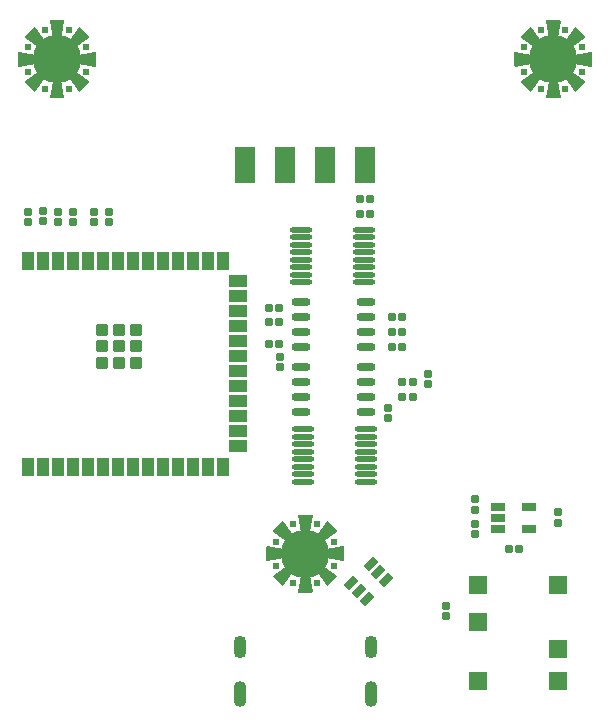
<source format=gbs>
G04 Layer: BottomSolderMaskLayer*
G04 EasyEDA Pro v3.2.58, 2026-01-05 14:09:15*
G04 Gerber Generator version 0.3*
G04 Scale: 100 percent, Rotated: No, Reflected: No*
G04 Dimensions in millimeters*
G04 Leading zeros omitted, absolute positions, 4 integers and 5 decimals*
G04 Generated by one-click*
%FSLAX45Y45*%
%MOMM*%
%AMRoundRect*1,1,$1,$2,$3*1,1,$1,$4,$5*1,1,$1,0-$2,0-$3*1,1,$1,0-$4,0-$5*20,1,$1,$2,$3,$4,$5,0*20,1,$1,$4,$5,0-$2,0-$3,0*20,1,$1,0-$2,0-$3,0-$4,0-$5,0*20,1,$1,0-$4,0-$5,$2,$3,0*4,1,4,$2,$3,$4,$5,0-$2,0-$3,0-$4,0-$5,$2,$3,0*%
%ADD10RoundRect,0.1016X-0.25X0.27X0.25X0.27*%
%ADD11RoundRect,0.1016X-0.27X-0.25X-0.27X0.25*%
%ADD12RoundRect,0.1016X-0.28283X0.27X0.28283X0.27*%
%ADD13RoundRect,0.1016X-0.27X-0.28283X-0.27X0.28283*%
%ADD14RoundRect,0.10003X-0.45X-0.75X-0.45X0.75*%
%ADD15RoundRect,0.10003X-0.75X0.45X0.75X0.45*%
%ADD16RoundRect,0.1016X-0.45X0.45X0.45X0.45*%
%ADD17O,1.9164X0.4572*%
%ADD18O,1.62161X0.7016*%
%ADD19RoundRect,0.1046X-0.19092X-0.5671X-0.5671X-0.19092*%
%ADD20RoundRect,0.1016X-0.19092X-0.5671X-0.5671X-0.19092*%
%ADD21O,1.1X1.9*%
%ADD22O,1.1X2.2*%
%ADD23RoundRect,0.1016X-0.762X1.5X0.762X1.5*%
%ADD24RoundRect,0.1016X-0.55X0.3X0.55X0.3*%
%ADD25RoundRect,0.10003X-0.7X0.75X0.7X0.75*%
%ADD26C,0.61*%
%ADD27C,4.1016*%
G75*


G04 Pad Start*
G54D10*
G01X3319997Y3165388D03*
G01X3235974Y3165388D03*
G54D11*
G01X2286000Y2993288D03*
G01X2286000Y3077312D03*
G01X3543300Y2937612D03*
G01X3543300Y2853588D03*
G01X838200Y4306067D03*
G01X838200Y4222043D03*
G01X533400Y4306067D03*
G01X533400Y4222043D03*
G01X406296Y4306067D03*
G01X406296Y4222043D03*
G54D12*
G01X3321267Y3292388D03*
G01X3234704Y3292388D03*
G01X3321267Y3419388D03*
G01X3234704Y3419388D03*
G01X2191918Y3187700D03*
G01X2278482Y3187700D03*
G01X2191918Y3378200D03*
G01X2278482Y3378200D03*
G54D13*
G01X711200Y4307337D03*
G01X711200Y4220773D03*
G01X152400Y4220773D03*
G01X152400Y4307337D03*
G54D14*
G01X151905Y3897605D03*
G01X278905Y3897605D03*
G01X405905Y3897605D03*
G01X532905Y3897605D03*
G01X659905Y3897605D03*
G01X786905Y3897605D03*
G01X913905Y3897605D03*
G01X1040905Y3897605D03*
G01X1167905Y3897605D03*
G01X1294905Y3897605D03*
G01X1421905Y3897605D03*
G01X1548905Y3897605D03*
G01X1675905Y3897605D03*
G01X1802905Y3897605D03*
G54D15*
G01X1930895Y3721100D03*
G01X1930895Y3594100D03*
G01X1930895Y3467100D03*
G01X1930895Y3340100D03*
G01X1930895Y3213100D03*
G01X1930895Y3086100D03*
G01X1930895Y2959100D03*
G01X1930895Y2832100D03*
G01X1930895Y2705100D03*
G01X1930895Y2578100D03*
G01X1930895Y2451100D03*
G01X1927898Y2324100D03*
G54D14*
G01X1802905Y2147595D03*
G01X1675905Y2147595D03*
G01X1548905Y2147595D03*
G01X1421905Y2147595D03*
G01X1294905Y2147595D03*
G01X1167905Y2147595D03*
G01X1040905Y2147595D03*
G01X913905Y2147595D03*
G01X786905Y2147595D03*
G01X659905Y2147595D03*
G01X532905Y2147595D03*
G01X405905Y2147595D03*
G01X278905Y2147595D03*
G01X151905Y2147595D03*
G54D16*
G01X923912Y3172612D03*
G01X923912Y3312617D03*
G01X923912Y3032608D03*
G01X783908Y3032608D03*
G01X783908Y3172612D03*
G01X783908Y3312617D03*
G01X1063917Y3312617D03*
G01X1063917Y3172612D03*
G01X1063917Y3032608D03*
G54D17*
G01X2999078Y4159250D03*
G01X2999078Y4095750D03*
G01X2999078Y4032250D03*
G01X2999078Y3968750D03*
G01X2999078Y3905250D03*
G01X2999078Y3841750D03*
G01X2999078Y3778250D03*
G01X2999078Y3714750D03*
G01X2468116Y4159250D03*
G01X2468116Y4095750D03*
G01X2468116Y4032250D03*
G01X2468116Y3968750D03*
G01X2468116Y3905250D03*
G01X2468116Y3841750D03*
G01X2468116Y3778250D03*
G01X2468116Y3714750D03*
G54D18*
G01X3016353Y3546388D03*
G01X3016353Y3419388D03*
G01X3016353Y3292388D03*
G01X3016353Y3165388D03*
G01X2468373Y3546388D03*
G01X2468373Y3419388D03*
G01X2468373Y3292388D03*
G01X2468373Y3165388D03*
G54D11*
G01X279296Y4233113D03*
G01X279296Y4318111D03*
G54D20*
G01X3025377Y1031596D03*
G01X2958205Y1098769D03*
G01X2891033Y1165941D03*
G01X3053539Y1328448D03*
G01X3120712Y1261275D03*
G01X3187884Y1194103D03*
G54D21*
G01X3053999Y629699D03*
G01X1946001Y629699D03*
G54D22*
G01X3053999Y229700D03*
G01X1946001Y229700D03*
G54D23*
G01X3008000Y4704426D03*
G01X2669333Y4704426D03*
G01X1992000Y4704426D03*
G01X2330667Y4704426D03*
G54D10*
G01X4312874Y1454823D03*
G01X4228851Y1454823D03*
G54D11*
G01X3937000Y1583588D03*
G01X3937000Y1667612D03*
G54D12*
G01X3410167Y2745873D03*
G01X3323604Y2745873D03*
G01X3410167Y2872873D03*
G01X3323604Y2872873D03*
G01X3050845Y4419600D03*
G01X2964282Y4419600D03*
G01X3050845Y4292600D03*
G01X2964282Y4292600D03*
G54D18*
G01X3016353Y2999873D03*
G01X3016353Y2872873D03*
G01X3016353Y2745873D03*
G01X3016353Y2618873D03*
G01X2468373Y2999873D03*
G01X2468373Y2872873D03*
G01X2468373Y2745873D03*
G01X2468373Y2618873D03*
G54D24*
G01X4395921Y1624772D03*
G01X4395921Y1814764D03*
G01X4135901Y1814764D03*
G01X4135901Y1719768D03*
G01X4135901Y1624772D03*
G54D10*
G01X2193188Y3496867D03*
G01X2277212Y3496867D03*
G54D13*
G01X3695700Y883818D03*
G01X3695700Y970382D03*
G01X4640682Y1765300D03*
G01X4640682Y1678737D03*
G54D25*
G01X4640004Y334998D03*
G01X3959996Y334998D03*
G01X4640004Y610004D03*
G01X3959996Y840001D03*
G01X4640004Y1149982D03*
G01X3959996Y1149982D03*
G54D26*
G01X2602750Y1663863D03*
G01X2748063Y1518552D03*
G01X2397248Y1663863D03*
G01X2251937Y1518550D03*
G01X2602751Y1167737D03*
G01X2748063Y1313050D03*
G01X2397249Y1167737D03*
G01X2251937Y1313048D03*
G36*
G01X2175895Y1478107D02*
G01X2500882Y1420803D01*
G02X2500882Y1410797I-882J-5003D01*
G01X2175895Y1353493D01*
G02X2169933Y1358496I-882J5003D01*
G01X2169933Y1358496D01*
G01X2169933Y1473104D01*
G01X2169933Y1473104D01*
G02X2175895Y1478107I5080J0D01*
G37*
G36*
G01X2226766Y1230681D02*
G01X2497086Y1419961D01*
G02X2504161Y1412886I2914J-4161D01*
G01X2314881Y1142566D01*
G01X2314881Y1142566D01*
G02X2307127Y1141888I-4161J2914D01*
G01X2307127Y1141888D01*
G01X2226087Y1222928D01*
G02X2226766Y1230681I3592J3592D01*
G37*
G36*
G01X2314881Y1689034D02*
G01X2504161Y1418714D01*
G02X2497086Y1411639I-4161J-2914D01*
G01X2226766Y1600919D01*
G01X2226766Y1600919D01*
G02X2226087Y1608672I2914J4161D01*
G01X2307127Y1689712D01*
G01X2307127Y1689712D01*
G02X2314881Y1689034I3592J-3592D01*
G37*
G36*
G01X2437693Y1091696D02*
G01X2494997Y1416682D01*
G02X2505003Y1416682I5003J-882D01*
G01X2505003Y1416682D01*
G01X2562307Y1091696D01*
G02X2557304Y1085733I-5003J-882D01*
G01X2442696Y1085733D01*
G02X2437693Y1091696I0J5080D01*
G37*
G36*
G01X2562307Y1739905D02*
G01X2505003Y1414918D01*
G01X2505003Y1414918D01*
G02X2494997Y1414918I-5003J882D01*
G01X2437693Y1739905D01*
G02X2442696Y1745867I5003J882D01*
G01X2557304Y1745867D01*
G02X2562307Y1739905I0J-5080D01*
G37*
G36*
G01X2773234Y1600919D02*
G01X2502914Y1411639D01*
G01X2502914Y1411639D01*
G02X2495839Y1418714I-2914J4161D01*
G01X2495839Y1418714D01*
G01X2685119Y1689034D01*
G02X2692872Y1689712I4161J-2914D01*
G01X2773912Y1608672D01*
G02X2773234Y1600919I-3592J-3592D01*
G37*
G36*
G01X2685119Y1142566D02*
G01X2495839Y1412886D01*
G01X2495839Y1412886D01*
G02X2502914Y1419961I4161J2914D01*
G01X2502914Y1419961D01*
G01X2773234Y1230681D01*
G02X2773912Y1222928I-2914J-4161D01*
G01X2692872Y1141888D01*
G02X2685119Y1142566I-3592J3592D01*
G37*
G36*
G01X2824104Y1353493D02*
G01X2499118Y1410797D01*
G01X2499118Y1410797D01*
G02X2499118Y1420803I882J5003D01*
G01X2499118Y1420803D01*
G01X2824104Y1478107D01*
G02X2830066Y1473104I882J-5003D01*
G01X2830066Y1358496D01*
G02X2824104Y1353493I-5080J0D01*
G37*
G54D27*
G01X2500000Y1415800D03*
G54D26*
G01X4702783Y5848065D03*
G01X4848095Y5702753D03*
G01X4497281Y5848064D03*
G01X4351969Y5702752D03*
G01X4702784Y5351939D03*
G01X4848095Y5497251D03*
G01X4497282Y5351938D03*
G01X4351969Y5497250D03*
G36*
G01X4275928Y5662308D02*
G01X4600914Y5605004D01*
G02X4600914Y5594999I-882J-5003D01*
G01X4275928Y5537695D01*
G02X4269966Y5542698I-882J5003D01*
G01X4269966Y5542698D01*
G01X4269966Y5657305D01*
G01X4269966Y5657305D01*
G02X4275928Y5662308I5080J0D01*
G37*
G36*
G01X4326798Y5414883D02*
G01X4597118Y5604163D01*
G02X4604193Y5597088I2914J-4161D01*
G01X4414913Y5326767D01*
G01X4414913Y5326767D01*
G02X4407160Y5326089I-4161J2914D01*
G01X4326120Y5407129D01*
G02X4326798Y5414883I3592J3592D01*
G37*
G36*
G01X4414913Y5873236D02*
G01X4604193Y5602915D01*
G02X4597118Y5595840I-4161J-2914D01*
G01X4326798Y5785120D01*
G01X4326798Y5785120D01*
G02X4326120Y5792874I2914J4161D01*
G01X4407160Y5873914D01*
G02X4414913Y5873236I3592J-3592D01*
G37*
G36*
G01X4537725Y5275897D02*
G01X4595029Y5600884D01*
G02X4605035Y5600884I5003J-882D01*
G01X4605035Y5600884D01*
G01X4662339Y5275897D01*
G02X4657336Y5269935I-5003J-882D01*
G01X4542728Y5269935D01*
G02X4537725Y5275897I0J5080D01*
G37*
G36*
G01X4662339Y5924106D02*
G01X4605035Y5599119D01*
G01X4605035Y5599119D01*
G02X4595029Y5599119I-5003J882D01*
G01X4537725Y5924106D01*
G02X4542728Y5930068I5003J882D01*
G01X4657336Y5930068D01*
G02X4662339Y5924106I0J-5080D01*
G37*
G36*
G01X4873266Y5785120D02*
G01X4602946Y5595840D01*
G01X4602946Y5595840D01*
G02X4595871Y5602915I-2914J4161D01*
G01X4595871Y5602915D01*
G01X4785151Y5873236D01*
G02X4792905Y5873914I4161J-2914D01*
G01X4873945Y5792874D01*
G02X4873266Y5785120I-3592J-3592D01*
G37*
G36*
G01X4785151Y5326767D02*
G01X4595871Y5597088D01*
G01X4595871Y5597088D01*
G02X4602946Y5604163I4161J2914D01*
G01X4602946Y5604163D01*
G01X4873266Y5414883D01*
G02X4873945Y5407129I-2914J-4161D01*
G01X4792905Y5326089D01*
G02X4785151Y5326767I-3592J3592D01*
G37*
G36*
G01X4924137Y5537695D02*
G01X4599150Y5594999D01*
G01X4599150Y5594999D01*
G02X4599150Y5605004I882J5003D01*
G01X4599150Y5605004D01*
G01X4924137Y5662308D01*
G02X4930099Y5657305I882J-5003D01*
G01X4930099Y5542698D01*
G02X4924137Y5537695I-5080J0D01*
G37*
G54D27*
G01X4600032Y5600002D03*
G54D26*
G01X502782Y5848065D03*
G01X648095Y5702753D03*
G01X297280Y5848064D03*
G01X151969Y5702752D03*
G01X502784Y5351939D03*
G01X648095Y5497251D03*
G01X297282Y5351938D03*
G01X151969Y5497250D03*
G36*
G01X75927Y5662308D02*
G01X400914Y5605004D01*
G02X400914Y5594999I-882J-5003D01*
G01X75927Y5537695D01*
G02X69965Y5542698I-882J5003D01*
G01X69965Y5657305D01*
G02X75927Y5662308I5080J0D01*
G37*
G36*
G01X126798Y5414883D02*
G01X397118Y5604163D01*
G02X404193Y5597088I2914J-4161D01*
G01X214913Y5326767D01*
G01X214913Y5326767D01*
G02X207160Y5326089I-4161J2914D01*
G01X126120Y5407129D01*
G02X126798Y5414883I3592J3592D01*
G37*
G36*
G01X214913Y5873236D02*
G01X404193Y5602915D01*
G02X397118Y5595840I-4161J-2914D01*
G01X126798Y5785120D01*
G02X126120Y5792874I2914J4161D01*
G01X207160Y5873914D01*
G02X214913Y5873236I3592J-3592D01*
G37*
G36*
G01X337725Y5275897D02*
G01X395029Y5600884D01*
G01X395029Y5600884D01*
G02X405035Y5600884I5003J-882D01*
G01X462339Y5275897D01*
G01X462339Y5275897D01*
G02X457336Y5269935I-5003J-882D01*
G01X342728Y5269935D01*
G02X337725Y5275897I0J5080D01*
G37*
G36*
G01X462339Y5924106D02*
G01X405035Y5599119D01*
G02X395029Y5599119I-5003J882D01*
G01X337725Y5924106D01*
G02X342728Y5930068I5003J882D01*
G01X457336Y5930068D01*
G02X462339Y5924106I0J-5080D01*
G37*
G36*
G01X673266Y5785120D02*
G01X402946Y5595840D01*
G01X402946Y5595840D01*
G02X395871Y5602915I-2914J4161D01*
G01X395871Y5602915D01*
G01X585151Y5873236D01*
G02X592904Y5873914I4161J-2914D01*
G01X673944Y5792874D01*
G02X673266Y5785120I-3592J-3592D01*
G37*
G36*
G01X585151Y5326767D02*
G01X395871Y5597088D01*
G01X395871Y5597088D01*
G02X402946Y5604163I4161J2914D01*
G01X673266Y5414883D01*
G02X673944Y5407129I-2914J-4161D01*
G01X592904Y5326089D01*
G02X585151Y5326767I-3592J3592D01*
G37*
G36*
G01X724136Y5537695D02*
G01X399150Y5594999D01*
G02X399150Y5605004I882J5003D01*
G01X724136Y5662308D01*
G02X730099Y5657305I882J-5003D01*
G01X730099Y5657305D01*
G01X730099Y5542698D01*
G01X730099Y5542698D01*
G02X724136Y5537695I-5080J0D01*
G37*
G54D27*
G01X400032Y5600002D03*
G54D13*
G01X3935481Y1875572D03*
G01X3935481Y1789009D03*
G54D17*
G01X2481657Y2025650D03*
G01X2481657Y2089150D03*
G01X2481657Y2152650D03*
G01X2481657Y2216150D03*
G01X2481657Y2279650D03*
G01X2481657Y2343150D03*
G01X2481657Y2406650D03*
G01X2481657Y2470150D03*
G01X3012619Y2025650D03*
G01X3012619Y2089150D03*
G01X3012619Y2152650D03*
G01X3012619Y2216150D03*
G01X3012619Y2279650D03*
G01X3012619Y2343150D03*
G01X3012619Y2406650D03*
G01X3012619Y2470150D03*
G54D11*
G01X3200400Y2561488D03*
G01X3200400Y2645512D03*
G04 Pad End*

M02*


</source>
